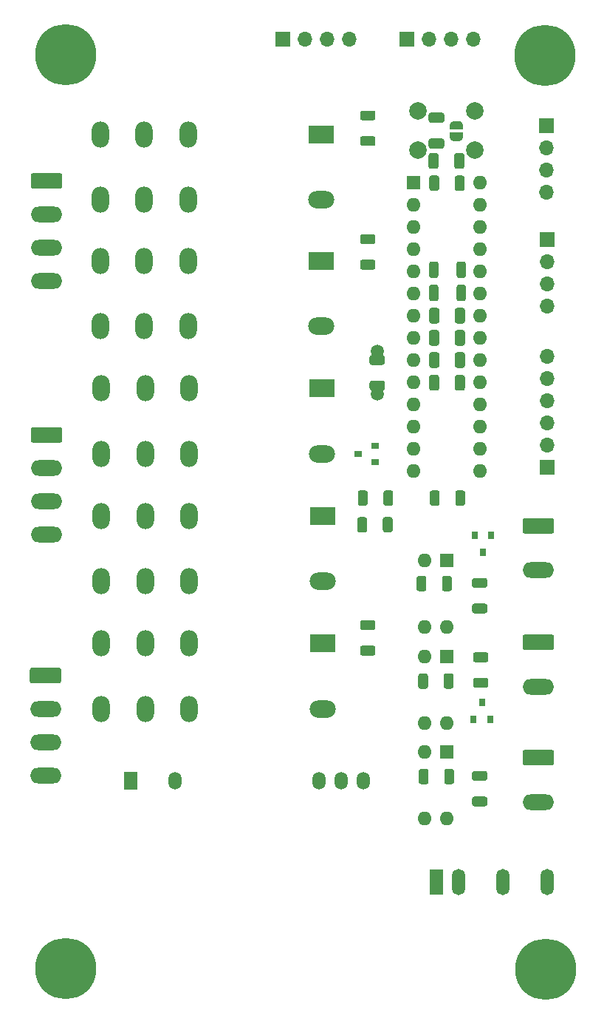
<source format=gbs>
G04 #@! TF.GenerationSoftware,KiCad,Pcbnew,(5.1.10)-1*
G04 #@! TF.CreationDate,2021-12-06T14:15:14+01:00*
G04 #@! TF.ProjectId,LuciCameraLettoRoma,4c756369-4361-46d6-9572-614c6574746f,rev?*
G04 #@! TF.SameCoordinates,Original*
G04 #@! TF.FileFunction,Soldermask,Bot*
G04 #@! TF.FilePolarity,Negative*
%FSLAX46Y46*%
G04 Gerber Fmt 4.6, Leading zero omitted, Abs format (unit mm)*
G04 Created by KiCad (PCBNEW (5.1.10)-1) date 2021-12-06 14:15:14*
%MOMM*%
%LPD*%
G01*
G04 APERTURE LIST*
%ADD10R,0.800000X0.900000*%
%ADD11C,7.000000*%
%ADD12C,0.800000*%
%ADD13O,1.700000X1.700000*%
%ADD14R,1.700000X1.700000*%
%ADD15O,1.500000X3.000000*%
%ADD16R,1.500000X3.000000*%
%ADD17O,3.600000X1.800000*%
%ADD18O,1.600000X1.600000*%
%ADD19R,1.600000X1.600000*%
%ADD20O,1.524000X2.000000*%
%ADD21R,1.524000X2.000000*%
%ADD22C,0.100000*%
%ADD23R,0.900000X0.800000*%
%ADD24O,2.000000X3.000000*%
%ADD25O,3.000000X2.000000*%
%ADD26R,3.000000X2.000000*%
%ADD27C,1.500000*%
%ADD28C,2.000000*%
G04 APERTURE END LIST*
D10*
X144780000Y-115316000D03*
X145730000Y-113316000D03*
X143830000Y-113316000D03*
X144653000Y-132461000D03*
X143703000Y-134461000D03*
X145603000Y-134461000D03*
G36*
G01*
X132197001Y-124195000D02*
X130946999Y-124195000D01*
G75*
G02*
X130697000Y-123945001I0J249999D01*
G01*
X130697000Y-123319999D01*
G75*
G02*
X130946999Y-123070000I249999J0D01*
G01*
X132197001Y-123070000D01*
G75*
G02*
X132447000Y-123319999I0J-249999D01*
G01*
X132447000Y-123945001D01*
G75*
G02*
X132197001Y-124195000I-249999J0D01*
G01*
G37*
G36*
G01*
X132197001Y-127120000D02*
X130946999Y-127120000D01*
G75*
G02*
X130697000Y-126870001I0J249999D01*
G01*
X130697000Y-126244999D01*
G75*
G02*
X130946999Y-125995000I249999J0D01*
G01*
X132197001Y-125995000D01*
G75*
G02*
X132447000Y-126244999I0J-249999D01*
G01*
X132447000Y-126870001D01*
G75*
G02*
X132197001Y-127120000I-249999J0D01*
G01*
G37*
G36*
G01*
X133300000Y-112766001D02*
X133300000Y-111515999D01*
G75*
G02*
X133549999Y-111266000I249999J0D01*
G01*
X134175001Y-111266000D01*
G75*
G02*
X134425000Y-111515999I0J-249999D01*
G01*
X134425000Y-112766001D01*
G75*
G02*
X134175001Y-113016000I-249999J0D01*
G01*
X133549999Y-113016000D01*
G75*
G02*
X133300000Y-112766001I0J249999D01*
G01*
G37*
G36*
G01*
X130375000Y-112766001D02*
X130375000Y-111515999D01*
G75*
G02*
X130624999Y-111266000I249999J0D01*
G01*
X131250001Y-111266000D01*
G75*
G02*
X131500000Y-111515999I0J-249999D01*
G01*
X131500000Y-112766001D01*
G75*
G02*
X131250001Y-113016000I-249999J0D01*
G01*
X130624999Y-113016000D01*
G75*
G02*
X130375000Y-112766001I0J249999D01*
G01*
G37*
G36*
G01*
X133361000Y-109718001D02*
X133361000Y-108467999D01*
G75*
G02*
X133610999Y-108218000I249999J0D01*
G01*
X134236001Y-108218000D01*
G75*
G02*
X134486000Y-108467999I0J-249999D01*
G01*
X134486000Y-109718001D01*
G75*
G02*
X134236001Y-109968000I-249999J0D01*
G01*
X133610999Y-109968000D01*
G75*
G02*
X133361000Y-109718001I0J249999D01*
G01*
G37*
G36*
G01*
X130436000Y-109718001D02*
X130436000Y-108467999D01*
G75*
G02*
X130685999Y-108218000I249999J0D01*
G01*
X131311001Y-108218000D01*
G75*
G02*
X131561000Y-108467999I0J-249999D01*
G01*
X131561000Y-109718001D01*
G75*
G02*
X131311001Y-109968000I-249999J0D01*
G01*
X130685999Y-109968000D01*
G75*
G02*
X130436000Y-109718001I0J249999D01*
G01*
G37*
G36*
G01*
X132197001Y-79999000D02*
X130946999Y-79999000D01*
G75*
G02*
X130697000Y-79749001I0J249999D01*
G01*
X130697000Y-79123999D01*
G75*
G02*
X130946999Y-78874000I249999J0D01*
G01*
X132197001Y-78874000D01*
G75*
G02*
X132447000Y-79123999I0J-249999D01*
G01*
X132447000Y-79749001D01*
G75*
G02*
X132197001Y-79999000I-249999J0D01*
G01*
G37*
G36*
G01*
X132197001Y-82924000D02*
X130946999Y-82924000D01*
G75*
G02*
X130697000Y-82674001I0J249999D01*
G01*
X130697000Y-82048999D01*
G75*
G02*
X130946999Y-81799000I249999J0D01*
G01*
X132197001Y-81799000D01*
G75*
G02*
X132447000Y-82048999I0J-249999D01*
G01*
X132447000Y-82674001D01*
G75*
G02*
X132197001Y-82924000I-249999J0D01*
G01*
G37*
G36*
G01*
X132197001Y-65840500D02*
X130946999Y-65840500D01*
G75*
G02*
X130697000Y-65590501I0J249999D01*
G01*
X130697000Y-64965499D01*
G75*
G02*
X130946999Y-64715500I249999J0D01*
G01*
X132197001Y-64715500D01*
G75*
G02*
X132447000Y-64965499I0J-249999D01*
G01*
X132447000Y-65590501D01*
G75*
G02*
X132197001Y-65840500I-249999J0D01*
G01*
G37*
G36*
G01*
X132197001Y-68765500D02*
X130946999Y-68765500D01*
G75*
G02*
X130697000Y-68515501I0J249999D01*
G01*
X130697000Y-67890499D01*
G75*
G02*
X130946999Y-67640500I249999J0D01*
G01*
X132197001Y-67640500D01*
G75*
G02*
X132447000Y-67890499I0J-249999D01*
G01*
X132447000Y-68515501D01*
G75*
G02*
X132197001Y-68765500I-249999J0D01*
G01*
G37*
D11*
X96901000Y-162941000D03*
D12*
X99526000Y-162941000D03*
X98757155Y-164797155D03*
X96901000Y-165566000D03*
X95044845Y-164797155D03*
X94276000Y-162941000D03*
X95044845Y-161084845D03*
X96901000Y-160316000D03*
X98757155Y-161084845D03*
X153826155Y-161162845D03*
X151970000Y-160394000D03*
X150113845Y-161162845D03*
X149345000Y-163019000D03*
X150113845Y-164875155D03*
X151970000Y-165644000D03*
X153826155Y-164875155D03*
X154595000Y-163019000D03*
D11*
X151970000Y-163019000D03*
X151892000Y-58420000D03*
D12*
X154517000Y-58420000D03*
X153748155Y-60276155D03*
X151892000Y-61045000D03*
X150035845Y-60276155D03*
X149267000Y-58420000D03*
X150035845Y-56563845D03*
X151892000Y-55795000D03*
X153748155Y-56563845D03*
X98757155Y-56436845D03*
X96901000Y-55668000D03*
X95044845Y-56436845D03*
X94276000Y-58293000D03*
X95044845Y-60149155D03*
X96901000Y-60918000D03*
X98757155Y-60149155D03*
X99526000Y-58293000D03*
D11*
X96901000Y-58293000D03*
D13*
X152146000Y-92837000D03*
X152146000Y-95377000D03*
X152146000Y-97917000D03*
X152146000Y-100457000D03*
X152146000Y-102997000D03*
D14*
X152146000Y-105537000D03*
D13*
X143637000Y-56515000D03*
X141097000Y-56515000D03*
X138557000Y-56515000D03*
D14*
X136017000Y-56515000D03*
D13*
X129413000Y-56515000D03*
X126873000Y-56515000D03*
X124333000Y-56515000D03*
D14*
X121793000Y-56515000D03*
D13*
X152019000Y-74041000D03*
X152019000Y-71501000D03*
X152019000Y-68961000D03*
D14*
X152019000Y-66421000D03*
D13*
X152146000Y-87122000D03*
X152146000Y-84582000D03*
X152146000Y-82042000D03*
D14*
X152146000Y-79502000D03*
D15*
X147066000Y-153035000D03*
X152146000Y-153035000D03*
X141986000Y-153035000D03*
D16*
X139446000Y-153035000D03*
D17*
X151130000Y-117348000D03*
G36*
G01*
X149580000Y-111368000D02*
X152680000Y-111368000D01*
G75*
G02*
X152930000Y-111618000I0J-250000D01*
G01*
X152930000Y-112918000D01*
G75*
G02*
X152680000Y-113168000I-250000J0D01*
G01*
X149580000Y-113168000D01*
G75*
G02*
X149330000Y-112918000I0J250000D01*
G01*
X149330000Y-111618000D01*
G75*
G02*
X149580000Y-111368000I250000J0D01*
G01*
G37*
X151130000Y-130683000D03*
G36*
G01*
X149580000Y-124703000D02*
X152680000Y-124703000D01*
G75*
G02*
X152930000Y-124953000I0J-250000D01*
G01*
X152930000Y-126253000D01*
G75*
G02*
X152680000Y-126503000I-250000J0D01*
G01*
X149580000Y-126503000D01*
G75*
G02*
X149330000Y-126253000I0J250000D01*
G01*
X149330000Y-124953000D01*
G75*
G02*
X149580000Y-124703000I250000J0D01*
G01*
G37*
X151130000Y-143891000D03*
G36*
G01*
X149580000Y-137911000D02*
X152680000Y-137911000D01*
G75*
G02*
X152930000Y-138161000I0J-250000D01*
G01*
X152930000Y-139461000D01*
G75*
G02*
X152680000Y-139711000I-250000J0D01*
G01*
X149580000Y-139711000D01*
G75*
G02*
X149330000Y-139461000I0J250000D01*
G01*
X149330000Y-138161000D01*
G75*
G02*
X149580000Y-137911000I250000J0D01*
G01*
G37*
D18*
X140589000Y-123825000D03*
X138049000Y-116205000D03*
X138049000Y-123825000D03*
D19*
X140589000Y-116205000D03*
D18*
X140589000Y-134874000D03*
X138049000Y-127254000D03*
X138049000Y-134874000D03*
D19*
X140589000Y-127254000D03*
D18*
X140589000Y-145796000D03*
X138049000Y-138176000D03*
X138049000Y-145796000D03*
D19*
X140589000Y-138176000D03*
G36*
G01*
X145024001Y-119369000D02*
X143773999Y-119369000D01*
G75*
G02*
X143524000Y-119119001I0J249999D01*
G01*
X143524000Y-118493999D01*
G75*
G02*
X143773999Y-118244000I249999J0D01*
G01*
X145024001Y-118244000D01*
G75*
G02*
X145274000Y-118493999I0J-249999D01*
G01*
X145274000Y-119119001D01*
G75*
G02*
X145024001Y-119369000I-249999J0D01*
G01*
G37*
G36*
G01*
X145024001Y-122294000D02*
X143773999Y-122294000D01*
G75*
G02*
X143524000Y-122044001I0J249999D01*
G01*
X143524000Y-121418999D01*
G75*
G02*
X143773999Y-121169000I249999J0D01*
G01*
X145024001Y-121169000D01*
G75*
G02*
X145274000Y-121418999I0J-249999D01*
G01*
X145274000Y-122044001D01*
G75*
G02*
X145024001Y-122294000I-249999J0D01*
G01*
G37*
G36*
G01*
X140092000Y-119497001D02*
X140092000Y-118246999D01*
G75*
G02*
X140341999Y-117997000I249999J0D01*
G01*
X140967001Y-117997000D01*
G75*
G02*
X141217000Y-118246999I0J-249999D01*
G01*
X141217000Y-119497001D01*
G75*
G02*
X140967001Y-119747000I-249999J0D01*
G01*
X140341999Y-119747000D01*
G75*
G02*
X140092000Y-119497001I0J249999D01*
G01*
G37*
G36*
G01*
X137167000Y-119497001D02*
X137167000Y-118246999D01*
G75*
G02*
X137416999Y-117997000I249999J0D01*
G01*
X138042001Y-117997000D01*
G75*
G02*
X138292000Y-118246999I0J-249999D01*
G01*
X138292000Y-119497001D01*
G75*
G02*
X138042001Y-119747000I-249999J0D01*
G01*
X137416999Y-119747000D01*
G75*
G02*
X137167000Y-119497001I0J249999D01*
G01*
G37*
G36*
G01*
X145151001Y-127878000D02*
X143900999Y-127878000D01*
G75*
G02*
X143651000Y-127628001I0J249999D01*
G01*
X143651000Y-127002999D01*
G75*
G02*
X143900999Y-126753000I249999J0D01*
G01*
X145151001Y-126753000D01*
G75*
G02*
X145401000Y-127002999I0J-249999D01*
G01*
X145401000Y-127628001D01*
G75*
G02*
X145151001Y-127878000I-249999J0D01*
G01*
G37*
G36*
G01*
X145151001Y-130803000D02*
X143900999Y-130803000D01*
G75*
G02*
X143651000Y-130553001I0J249999D01*
G01*
X143651000Y-129927999D01*
G75*
G02*
X143900999Y-129678000I249999J0D01*
G01*
X145151001Y-129678000D01*
G75*
G02*
X145401000Y-129927999I0J-249999D01*
G01*
X145401000Y-130553001D01*
G75*
G02*
X145151001Y-130803000I-249999J0D01*
G01*
G37*
G36*
G01*
X140280000Y-130673001D02*
X140280000Y-129422999D01*
G75*
G02*
X140529999Y-129173000I249999J0D01*
G01*
X141155001Y-129173000D01*
G75*
G02*
X141405000Y-129422999I0J-249999D01*
G01*
X141405000Y-130673001D01*
G75*
G02*
X141155001Y-130923000I-249999J0D01*
G01*
X140529999Y-130923000D01*
G75*
G02*
X140280000Y-130673001I0J249999D01*
G01*
G37*
G36*
G01*
X137355000Y-130673001D02*
X137355000Y-129422999D01*
G75*
G02*
X137604999Y-129173000I249999J0D01*
G01*
X138230001Y-129173000D01*
G75*
G02*
X138480000Y-129422999I0J-249999D01*
G01*
X138480000Y-130673001D01*
G75*
G02*
X138230001Y-130923000I-249999J0D01*
G01*
X137604999Y-130923000D01*
G75*
G02*
X137355000Y-130673001I0J249999D01*
G01*
G37*
G36*
G01*
X145024001Y-141467000D02*
X143773999Y-141467000D01*
G75*
G02*
X143524000Y-141217001I0J249999D01*
G01*
X143524000Y-140591999D01*
G75*
G02*
X143773999Y-140342000I249999J0D01*
G01*
X145024001Y-140342000D01*
G75*
G02*
X145274000Y-140591999I0J-249999D01*
G01*
X145274000Y-141217001D01*
G75*
G02*
X145024001Y-141467000I-249999J0D01*
G01*
G37*
G36*
G01*
X145024001Y-144392000D02*
X143773999Y-144392000D01*
G75*
G02*
X143524000Y-144142001I0J249999D01*
G01*
X143524000Y-143516999D01*
G75*
G02*
X143773999Y-143267000I249999J0D01*
G01*
X145024001Y-143267000D01*
G75*
G02*
X145274000Y-143516999I0J-249999D01*
G01*
X145274000Y-144142001D01*
G75*
G02*
X145024001Y-144392000I-249999J0D01*
G01*
G37*
G36*
G01*
X140346000Y-141595001D02*
X140346000Y-140344999D01*
G75*
G02*
X140595999Y-140095000I249999J0D01*
G01*
X141221001Y-140095000D01*
G75*
G02*
X141471000Y-140344999I0J-249999D01*
G01*
X141471000Y-141595001D01*
G75*
G02*
X141221001Y-141845000I-249999J0D01*
G01*
X140595999Y-141845000D01*
G75*
G02*
X140346000Y-141595001I0J249999D01*
G01*
G37*
G36*
G01*
X137421000Y-141595001D02*
X137421000Y-140344999D01*
G75*
G02*
X137670999Y-140095000I249999J0D01*
G01*
X138296001Y-140095000D01*
G75*
G02*
X138546000Y-140344999I0J-249999D01*
G01*
X138546000Y-141595001D01*
G75*
G02*
X138296001Y-141845000I-249999J0D01*
G01*
X137670999Y-141845000D01*
G75*
G02*
X137421000Y-141595001I0J249999D01*
G01*
G37*
D20*
X131064000Y-141478000D03*
X128524000Y-141478000D03*
X125984000Y-141478000D03*
X109474000Y-141478000D03*
D21*
X104394000Y-141478000D03*
D22*
G36*
X142481398Y-67706000D02*
G01*
X142481398Y-67730534D01*
X142476588Y-67779365D01*
X142467016Y-67827490D01*
X142452772Y-67874445D01*
X142433995Y-67919778D01*
X142410864Y-67963051D01*
X142383604Y-68003850D01*
X142352476Y-68041779D01*
X142317779Y-68076476D01*
X142279850Y-68107604D01*
X142239051Y-68134864D01*
X142195778Y-68157995D01*
X142150445Y-68176772D01*
X142103490Y-68191016D01*
X142055365Y-68200588D01*
X142006534Y-68205398D01*
X141982000Y-68205398D01*
X141982000Y-68206000D01*
X141482000Y-68206000D01*
X141482000Y-68205398D01*
X141457466Y-68205398D01*
X141408635Y-68200588D01*
X141360510Y-68191016D01*
X141313555Y-68176772D01*
X141268222Y-68157995D01*
X141224949Y-68134864D01*
X141184150Y-68107604D01*
X141146221Y-68076476D01*
X141111524Y-68041779D01*
X141080396Y-68003850D01*
X141053136Y-67963051D01*
X141030005Y-67919778D01*
X141011228Y-67874445D01*
X140996984Y-67827490D01*
X140987412Y-67779365D01*
X140982602Y-67730534D01*
X140982602Y-67706000D01*
X140982000Y-67706000D01*
X140982000Y-67206000D01*
X142482000Y-67206000D01*
X142482000Y-67706000D01*
X142481398Y-67706000D01*
G37*
G36*
X140982000Y-66906000D02*
G01*
X140982000Y-66406000D01*
X140982602Y-66406000D01*
X140982602Y-66381466D01*
X140987412Y-66332635D01*
X140996984Y-66284510D01*
X141011228Y-66237555D01*
X141030005Y-66192222D01*
X141053136Y-66148949D01*
X141080396Y-66108150D01*
X141111524Y-66070221D01*
X141146221Y-66035524D01*
X141184150Y-66004396D01*
X141224949Y-65977136D01*
X141268222Y-65954005D01*
X141313555Y-65935228D01*
X141360510Y-65920984D01*
X141408635Y-65911412D01*
X141457466Y-65906602D01*
X141482000Y-65906602D01*
X141482000Y-65906000D01*
X141982000Y-65906000D01*
X141982000Y-65906602D01*
X142006534Y-65906602D01*
X142055365Y-65911412D01*
X142103490Y-65920984D01*
X142150445Y-65935228D01*
X142195778Y-65954005D01*
X142239051Y-65977136D01*
X142279850Y-66004396D01*
X142317779Y-66035524D01*
X142352476Y-66070221D01*
X142383604Y-66108150D01*
X142410864Y-66148949D01*
X142433995Y-66192222D01*
X142452772Y-66237555D01*
X142467016Y-66284510D01*
X142476588Y-66332635D01*
X142481398Y-66381466D01*
X142481398Y-66406000D01*
X142482000Y-66406000D01*
X142482000Y-66906000D01*
X140982000Y-66906000D01*
G37*
D17*
X94615000Y-140843000D03*
X94615000Y-137033000D03*
X94615000Y-133223000D03*
G36*
G01*
X93065000Y-128513000D02*
X96165000Y-128513000D01*
G75*
G02*
X96415000Y-128763000I0J-250000D01*
G01*
X96415000Y-130063000D01*
G75*
G02*
X96165000Y-130313000I-250000J0D01*
G01*
X93065000Y-130313000D01*
G75*
G02*
X92815000Y-130063000I0J250000D01*
G01*
X92815000Y-128763000D01*
G75*
G02*
X93065000Y-128513000I250000J0D01*
G01*
G37*
X94742000Y-113284000D03*
X94742000Y-109474000D03*
X94742000Y-105664000D03*
G36*
G01*
X93192000Y-100954000D02*
X96292000Y-100954000D01*
G75*
G02*
X96542000Y-101204000I0J-250000D01*
G01*
X96542000Y-102504000D01*
G75*
G02*
X96292000Y-102754000I-250000J0D01*
G01*
X93192000Y-102754000D01*
G75*
G02*
X92942000Y-102504000I0J250000D01*
G01*
X92942000Y-101204000D01*
G75*
G02*
X93192000Y-100954000I250000J0D01*
G01*
G37*
X94742000Y-84201000D03*
X94742000Y-80391000D03*
X94742000Y-76581000D03*
G36*
G01*
X93192000Y-71871000D02*
X96292000Y-71871000D01*
G75*
G02*
X96542000Y-72121000I0J-250000D01*
G01*
X96542000Y-73421000D01*
G75*
G02*
X96292000Y-73671000I-250000J0D01*
G01*
X93192000Y-73671000D01*
G75*
G02*
X92942000Y-73421000I0J250000D01*
G01*
X92942000Y-72121000D01*
G75*
G02*
X93192000Y-71871000I250000J0D01*
G01*
G37*
D23*
X130445000Y-104013000D03*
X132445000Y-104963000D03*
X132445000Y-103063000D03*
D24*
X101025000Y-125730000D03*
X106065000Y-133230000D03*
X111105000Y-125730000D03*
X111105000Y-133230000D03*
X101025000Y-133230000D03*
X106065000Y-125730000D03*
D25*
X126365000Y-133230000D03*
D26*
X126365000Y-125730000D03*
D24*
X101025000Y-111125000D03*
X106065000Y-118625000D03*
X111105000Y-111125000D03*
X111105000Y-118625000D03*
X101025000Y-118625000D03*
X106065000Y-111125000D03*
D25*
X126365000Y-118625000D03*
D26*
X126365000Y-111125000D03*
D24*
X101000000Y-96520000D03*
X106040000Y-104020000D03*
X111080000Y-96520000D03*
X111080000Y-104020000D03*
X101000000Y-104020000D03*
X106040000Y-96520000D03*
D25*
X126340000Y-104020000D03*
D26*
X126340000Y-96520000D03*
D24*
X100898000Y-81915000D03*
X105938000Y-89415000D03*
X110978000Y-81915000D03*
X110978000Y-89415000D03*
X100898000Y-89415000D03*
X105938000Y-81915000D03*
D25*
X126238000Y-89415000D03*
D26*
X126238000Y-81915000D03*
D24*
X100898000Y-67430000D03*
X105938000Y-74930000D03*
X110978000Y-67430000D03*
X110978000Y-74930000D03*
X100898000Y-74930000D03*
X105938000Y-67430000D03*
D25*
X126238000Y-74930000D03*
D26*
X126238000Y-67430000D03*
G36*
G01*
X133277001Y-93842000D02*
X132026999Y-93842000D01*
G75*
G02*
X131777000Y-93592001I0J249999D01*
G01*
X131777000Y-92966999D01*
G75*
G02*
X132026999Y-92717000I249999J0D01*
G01*
X133277001Y-92717000D01*
G75*
G02*
X133527000Y-92966999I0J-249999D01*
G01*
X133527000Y-93592001D01*
G75*
G02*
X133277001Y-93842000I-249999J0D01*
G01*
G37*
G36*
G01*
X133277001Y-96767000D02*
X132026999Y-96767000D01*
G75*
G02*
X131777000Y-96517001I0J249999D01*
G01*
X131777000Y-95891999D01*
G75*
G02*
X132026999Y-95642000I249999J0D01*
G01*
X133277001Y-95642000D01*
G75*
G02*
X133527000Y-95891999I0J-249999D01*
G01*
X133527000Y-96517001D01*
G75*
G02*
X133277001Y-96767000I-249999J0D01*
G01*
G37*
G36*
G01*
X139816000Y-108467999D02*
X139816000Y-109718001D01*
G75*
G02*
X139566001Y-109968000I-249999J0D01*
G01*
X138940999Y-109968000D01*
G75*
G02*
X138691000Y-109718001I0J249999D01*
G01*
X138691000Y-108467999D01*
G75*
G02*
X138940999Y-108218000I249999J0D01*
G01*
X139566001Y-108218000D01*
G75*
G02*
X139816000Y-108467999I0J-249999D01*
G01*
G37*
G36*
G01*
X142741000Y-108467999D02*
X142741000Y-109718001D01*
G75*
G02*
X142491001Y-109968000I-249999J0D01*
G01*
X141865999Y-109968000D01*
G75*
G02*
X141616000Y-109718001I0J249999D01*
G01*
X141616000Y-108467999D01*
G75*
G02*
X141865999Y-108218000I249999J0D01*
G01*
X142491001Y-108218000D01*
G75*
G02*
X142741000Y-108467999I0J-249999D01*
G01*
G37*
G36*
G01*
X141489000Y-71135001D02*
X141489000Y-69834999D01*
G75*
G02*
X141738999Y-69585000I249999J0D01*
G01*
X142389001Y-69585000D01*
G75*
G02*
X142639000Y-69834999I0J-249999D01*
G01*
X142639000Y-71135001D01*
G75*
G02*
X142389001Y-71385000I-249999J0D01*
G01*
X141738999Y-71385000D01*
G75*
G02*
X141489000Y-71135001I0J249999D01*
G01*
G37*
G36*
G01*
X138539000Y-71135001D02*
X138539000Y-69834999D01*
G75*
G02*
X138788999Y-69585000I249999J0D01*
G01*
X139439001Y-69585000D01*
G75*
G02*
X139689000Y-69834999I0J-249999D01*
G01*
X139689000Y-71135001D01*
G75*
G02*
X139439001Y-71385000I-249999J0D01*
G01*
X138788999Y-71385000D01*
G75*
G02*
X138539000Y-71135001I0J249999D01*
G01*
G37*
D27*
X132652000Y-97145500D03*
X132652000Y-92265500D03*
G36*
G01*
X141766000Y-83631001D02*
X141766000Y-82230999D01*
G75*
G02*
X142015999Y-81981000I249999J0D01*
G01*
X142566001Y-81981000D01*
G75*
G02*
X142816000Y-82230999I0J-249999D01*
G01*
X142816000Y-83631001D01*
G75*
G02*
X142566001Y-83881000I-249999J0D01*
G01*
X142015999Y-83881000D01*
G75*
G02*
X141766000Y-83631001I0J249999D01*
G01*
G37*
G36*
G01*
X138616000Y-83631001D02*
X138616000Y-82230999D01*
G75*
G02*
X138865999Y-81981000I249999J0D01*
G01*
X139416001Y-81981000D01*
G75*
G02*
X139666000Y-82230999I0J-249999D01*
G01*
X139666000Y-83631001D01*
G75*
G02*
X139416001Y-83881000I-249999J0D01*
G01*
X138865999Y-83881000D01*
G75*
G02*
X138616000Y-83631001I0J249999D01*
G01*
G37*
G36*
G01*
X141766000Y-86298001D02*
X141766000Y-84897999D01*
G75*
G02*
X142015999Y-84648000I249999J0D01*
G01*
X142566001Y-84648000D01*
G75*
G02*
X142816000Y-84897999I0J-249999D01*
G01*
X142816000Y-86298001D01*
G75*
G02*
X142566001Y-86548000I-249999J0D01*
G01*
X142015999Y-86548000D01*
G75*
G02*
X141766000Y-86298001I0J249999D01*
G01*
G37*
G36*
G01*
X138616000Y-86298001D02*
X138616000Y-84897999D01*
G75*
G02*
X138865999Y-84648000I249999J0D01*
G01*
X139416001Y-84648000D01*
G75*
G02*
X139666000Y-84897999I0J-249999D01*
G01*
X139666000Y-86298001D01*
G75*
G02*
X139416001Y-86548000I-249999J0D01*
G01*
X138865999Y-86548000D01*
G75*
G02*
X138616000Y-86298001I0J249999D01*
G01*
G37*
G36*
G01*
X139752000Y-90091499D02*
X139752000Y-91391501D01*
G75*
G02*
X139502001Y-91641500I-249999J0D01*
G01*
X138851999Y-91641500D01*
G75*
G02*
X138602000Y-91391501I0J249999D01*
G01*
X138602000Y-90091499D01*
G75*
G02*
X138851999Y-89841500I249999J0D01*
G01*
X139502001Y-89841500D01*
G75*
G02*
X139752000Y-90091499I0J-249999D01*
G01*
G37*
G36*
G01*
X142702000Y-90091499D02*
X142702000Y-91391501D01*
G75*
G02*
X142452001Y-91641500I-249999J0D01*
G01*
X141801999Y-91641500D01*
G75*
G02*
X141552000Y-91391501I0J249999D01*
G01*
X141552000Y-90091499D01*
G75*
G02*
X141801999Y-89841500I249999J0D01*
G01*
X142452001Y-89841500D01*
G75*
G02*
X142702000Y-90091499I0J-249999D01*
G01*
G37*
D18*
X144468000Y-72980500D03*
X136848000Y-106000500D03*
X144468000Y-75520500D03*
X136848000Y-103460500D03*
X144468000Y-78060500D03*
X136848000Y-100920500D03*
X144468000Y-80600500D03*
X136848000Y-98380500D03*
X144468000Y-83140500D03*
X136848000Y-95840500D03*
X144468000Y-85680500D03*
X136848000Y-93300500D03*
X144468000Y-88220500D03*
X136848000Y-90760500D03*
X144468000Y-90760500D03*
X136848000Y-88220500D03*
X144468000Y-93300500D03*
X136848000Y-85680500D03*
X144468000Y-95840500D03*
X136848000Y-83140500D03*
X144468000Y-98380500D03*
X136848000Y-80600500D03*
X144468000Y-100920500D03*
X136848000Y-78060500D03*
X144468000Y-103460500D03*
X136848000Y-75520500D03*
X144468000Y-106000500D03*
D19*
X136848000Y-72980500D03*
D28*
X137328000Y-69278500D03*
X137328000Y-64778500D03*
X143828000Y-69278500D03*
X143828000Y-64778500D03*
G36*
G01*
X139752000Y-72399999D02*
X139752000Y-73650001D01*
G75*
G02*
X139502001Y-73900000I-249999J0D01*
G01*
X138876999Y-73900000D01*
G75*
G02*
X138627000Y-73650001I0J249999D01*
G01*
X138627000Y-72399999D01*
G75*
G02*
X138876999Y-72150000I249999J0D01*
G01*
X139502001Y-72150000D01*
G75*
G02*
X139752000Y-72399999I0J-249999D01*
G01*
G37*
G36*
G01*
X142677000Y-72399999D02*
X142677000Y-73650001D01*
G75*
G02*
X142427001Y-73900000I-249999J0D01*
G01*
X141801999Y-73900000D01*
G75*
G02*
X141552000Y-73650001I0J249999D01*
G01*
X141552000Y-72399999D01*
G75*
G02*
X141801999Y-72150000I249999J0D01*
G01*
X142427001Y-72150000D01*
G75*
G02*
X142677000Y-72399999I0J-249999D01*
G01*
G37*
G36*
G01*
X138795999Y-67907000D02*
X140096001Y-67907000D01*
G75*
G02*
X140346000Y-68156999I0J-249999D01*
G01*
X140346000Y-68807001D01*
G75*
G02*
X140096001Y-69057000I-249999J0D01*
G01*
X138795999Y-69057000D01*
G75*
G02*
X138546000Y-68807001I0J249999D01*
G01*
X138546000Y-68156999D01*
G75*
G02*
X138795999Y-67907000I249999J0D01*
G01*
G37*
G36*
G01*
X138795999Y-64957000D02*
X140096001Y-64957000D01*
G75*
G02*
X140346000Y-65206999I0J-249999D01*
G01*
X140346000Y-65857001D01*
G75*
G02*
X140096001Y-66107000I-249999J0D01*
G01*
X138795999Y-66107000D01*
G75*
G02*
X138546000Y-65857001I0J249999D01*
G01*
X138546000Y-65206999D01*
G75*
G02*
X138795999Y-64957000I249999J0D01*
G01*
G37*
G36*
G01*
X139752000Y-95234999D02*
X139752000Y-96535001D01*
G75*
G02*
X139502001Y-96785000I-249999J0D01*
G01*
X138851999Y-96785000D01*
G75*
G02*
X138602000Y-96535001I0J249999D01*
G01*
X138602000Y-95234999D01*
G75*
G02*
X138851999Y-94985000I249999J0D01*
G01*
X139502001Y-94985000D01*
G75*
G02*
X139752000Y-95234999I0J-249999D01*
G01*
G37*
G36*
G01*
X142702000Y-95234999D02*
X142702000Y-96535001D01*
G75*
G02*
X142452001Y-96785000I-249999J0D01*
G01*
X141801999Y-96785000D01*
G75*
G02*
X141552000Y-96535001I0J249999D01*
G01*
X141552000Y-95234999D01*
G75*
G02*
X141801999Y-94985000I249999J0D01*
G01*
X142452001Y-94985000D01*
G75*
G02*
X142702000Y-95234999I0J-249999D01*
G01*
G37*
G36*
G01*
X139767000Y-92631499D02*
X139767000Y-93931501D01*
G75*
G02*
X139517001Y-94181500I-249999J0D01*
G01*
X138866999Y-94181500D01*
G75*
G02*
X138617000Y-93931501I0J249999D01*
G01*
X138617000Y-92631499D01*
G75*
G02*
X138866999Y-92381500I249999J0D01*
G01*
X139517001Y-92381500D01*
G75*
G02*
X139767000Y-92631499I0J-249999D01*
G01*
G37*
G36*
G01*
X142717000Y-92631499D02*
X142717000Y-93931501D01*
G75*
G02*
X142467001Y-94181500I-249999J0D01*
G01*
X141816999Y-94181500D01*
G75*
G02*
X141567000Y-93931501I0J249999D01*
G01*
X141567000Y-92631499D01*
G75*
G02*
X141816999Y-92381500I249999J0D01*
G01*
X142467001Y-92381500D01*
G75*
G02*
X142717000Y-92631499I0J-249999D01*
G01*
G37*
G36*
G01*
X139767000Y-87551499D02*
X139767000Y-88851501D01*
G75*
G02*
X139517001Y-89101500I-249999J0D01*
G01*
X138866999Y-89101500D01*
G75*
G02*
X138617000Y-88851501I0J249999D01*
G01*
X138617000Y-87551499D01*
G75*
G02*
X138866999Y-87301500I249999J0D01*
G01*
X139517001Y-87301500D01*
G75*
G02*
X139767000Y-87551499I0J-249999D01*
G01*
G37*
G36*
G01*
X142717000Y-87551499D02*
X142717000Y-88851501D01*
G75*
G02*
X142467001Y-89101500I-249999J0D01*
G01*
X141816999Y-89101500D01*
G75*
G02*
X141567000Y-88851501I0J249999D01*
G01*
X141567000Y-87551499D01*
G75*
G02*
X141816999Y-87301500I249999J0D01*
G01*
X142467001Y-87301500D01*
G75*
G02*
X142717000Y-87551499I0J-249999D01*
G01*
G37*
M02*

</source>
